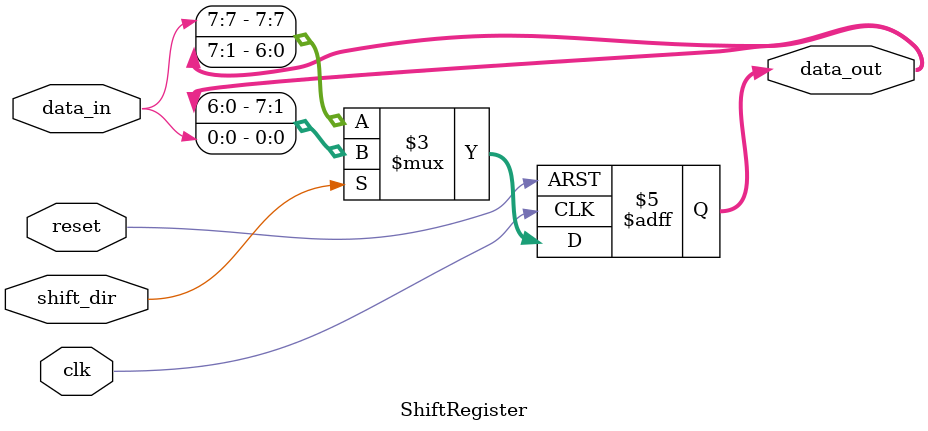
<source format=v>
module ShiftRegister (
    input clk, reset, shift_dir, // 1 for left shift, 0 for right shift
    input [7:0] data_in,
    output reg [7:0] data_out
);

always @(posedge clk or posedge reset) begin
    if (reset)
        data_out <= 8'b00000000;
    else if (shift_dir)
        data_out <= {data_out[6:0], data_in[0]}; // Left shift
    else
        data_out <= {data_in[7], data_out[7:1]}; // Right shift
end

endmodule

</source>
